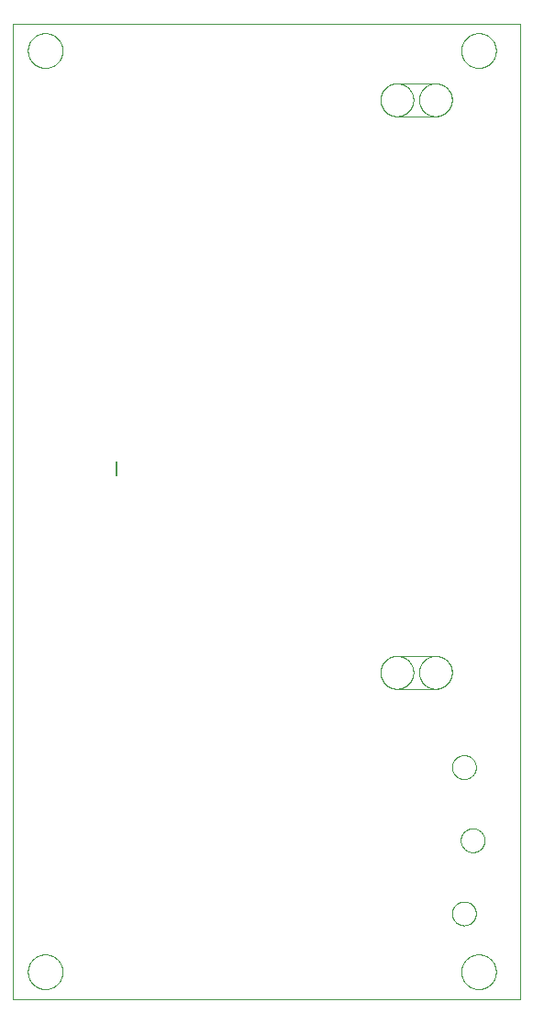
<source format=gbo>
G75*
%MOIN*%
%OFA0B0*%
%FSLAX25Y25*%
%IPPOS*%
%LPD*%
%AMOC8*
5,1,8,0,0,1.08239X$1,22.5*
%
%ADD10C,0.00000*%
%ADD11C,0.00009*%
%ADD12C,0.00800*%
D10*
X0001984Y0001000D02*
X0001984Y0355331D01*
X0186472Y0355331D01*
X0186472Y0001000D01*
X0001984Y0001000D01*
X0007496Y0011118D02*
X0007498Y0011276D01*
X0007504Y0011434D01*
X0007514Y0011592D01*
X0007528Y0011750D01*
X0007546Y0011907D01*
X0007567Y0012064D01*
X0007593Y0012220D01*
X0007623Y0012376D01*
X0007656Y0012531D01*
X0007694Y0012684D01*
X0007735Y0012837D01*
X0007780Y0012989D01*
X0007829Y0013140D01*
X0007882Y0013289D01*
X0007938Y0013437D01*
X0007998Y0013583D01*
X0008062Y0013728D01*
X0008130Y0013871D01*
X0008201Y0014013D01*
X0008275Y0014153D01*
X0008353Y0014290D01*
X0008435Y0014426D01*
X0008519Y0014560D01*
X0008608Y0014691D01*
X0008699Y0014820D01*
X0008794Y0014947D01*
X0008891Y0015072D01*
X0008992Y0015194D01*
X0009096Y0015313D01*
X0009203Y0015430D01*
X0009313Y0015544D01*
X0009426Y0015655D01*
X0009541Y0015764D01*
X0009659Y0015869D01*
X0009780Y0015971D01*
X0009903Y0016071D01*
X0010029Y0016167D01*
X0010157Y0016260D01*
X0010287Y0016350D01*
X0010420Y0016436D01*
X0010555Y0016520D01*
X0010691Y0016599D01*
X0010830Y0016676D01*
X0010971Y0016748D01*
X0011113Y0016818D01*
X0011257Y0016883D01*
X0011403Y0016945D01*
X0011550Y0017003D01*
X0011699Y0017058D01*
X0011849Y0017109D01*
X0012000Y0017156D01*
X0012152Y0017199D01*
X0012305Y0017238D01*
X0012460Y0017274D01*
X0012615Y0017305D01*
X0012771Y0017333D01*
X0012927Y0017357D01*
X0013084Y0017377D01*
X0013242Y0017393D01*
X0013399Y0017405D01*
X0013558Y0017413D01*
X0013716Y0017417D01*
X0013874Y0017417D01*
X0014032Y0017413D01*
X0014191Y0017405D01*
X0014348Y0017393D01*
X0014506Y0017377D01*
X0014663Y0017357D01*
X0014819Y0017333D01*
X0014975Y0017305D01*
X0015130Y0017274D01*
X0015285Y0017238D01*
X0015438Y0017199D01*
X0015590Y0017156D01*
X0015741Y0017109D01*
X0015891Y0017058D01*
X0016040Y0017003D01*
X0016187Y0016945D01*
X0016333Y0016883D01*
X0016477Y0016818D01*
X0016619Y0016748D01*
X0016760Y0016676D01*
X0016899Y0016599D01*
X0017035Y0016520D01*
X0017170Y0016436D01*
X0017303Y0016350D01*
X0017433Y0016260D01*
X0017561Y0016167D01*
X0017687Y0016071D01*
X0017810Y0015971D01*
X0017931Y0015869D01*
X0018049Y0015764D01*
X0018164Y0015655D01*
X0018277Y0015544D01*
X0018387Y0015430D01*
X0018494Y0015313D01*
X0018598Y0015194D01*
X0018699Y0015072D01*
X0018796Y0014947D01*
X0018891Y0014820D01*
X0018982Y0014691D01*
X0019071Y0014560D01*
X0019155Y0014426D01*
X0019237Y0014290D01*
X0019315Y0014153D01*
X0019389Y0014013D01*
X0019460Y0013871D01*
X0019528Y0013728D01*
X0019592Y0013583D01*
X0019652Y0013437D01*
X0019708Y0013289D01*
X0019761Y0013140D01*
X0019810Y0012989D01*
X0019855Y0012837D01*
X0019896Y0012684D01*
X0019934Y0012531D01*
X0019967Y0012376D01*
X0019997Y0012220D01*
X0020023Y0012064D01*
X0020044Y0011907D01*
X0020062Y0011750D01*
X0020076Y0011592D01*
X0020086Y0011434D01*
X0020092Y0011276D01*
X0020094Y0011118D01*
X0020092Y0010960D01*
X0020086Y0010802D01*
X0020076Y0010644D01*
X0020062Y0010486D01*
X0020044Y0010329D01*
X0020023Y0010172D01*
X0019997Y0010016D01*
X0019967Y0009860D01*
X0019934Y0009705D01*
X0019896Y0009552D01*
X0019855Y0009399D01*
X0019810Y0009247D01*
X0019761Y0009096D01*
X0019708Y0008947D01*
X0019652Y0008799D01*
X0019592Y0008653D01*
X0019528Y0008508D01*
X0019460Y0008365D01*
X0019389Y0008223D01*
X0019315Y0008083D01*
X0019237Y0007946D01*
X0019155Y0007810D01*
X0019071Y0007676D01*
X0018982Y0007545D01*
X0018891Y0007416D01*
X0018796Y0007289D01*
X0018699Y0007164D01*
X0018598Y0007042D01*
X0018494Y0006923D01*
X0018387Y0006806D01*
X0018277Y0006692D01*
X0018164Y0006581D01*
X0018049Y0006472D01*
X0017931Y0006367D01*
X0017810Y0006265D01*
X0017687Y0006165D01*
X0017561Y0006069D01*
X0017433Y0005976D01*
X0017303Y0005886D01*
X0017170Y0005800D01*
X0017035Y0005716D01*
X0016899Y0005637D01*
X0016760Y0005560D01*
X0016619Y0005488D01*
X0016477Y0005418D01*
X0016333Y0005353D01*
X0016187Y0005291D01*
X0016040Y0005233D01*
X0015891Y0005178D01*
X0015741Y0005127D01*
X0015590Y0005080D01*
X0015438Y0005037D01*
X0015285Y0004998D01*
X0015130Y0004962D01*
X0014975Y0004931D01*
X0014819Y0004903D01*
X0014663Y0004879D01*
X0014506Y0004859D01*
X0014348Y0004843D01*
X0014191Y0004831D01*
X0014032Y0004823D01*
X0013874Y0004819D01*
X0013716Y0004819D01*
X0013558Y0004823D01*
X0013399Y0004831D01*
X0013242Y0004843D01*
X0013084Y0004859D01*
X0012927Y0004879D01*
X0012771Y0004903D01*
X0012615Y0004931D01*
X0012460Y0004962D01*
X0012305Y0004998D01*
X0012152Y0005037D01*
X0012000Y0005080D01*
X0011849Y0005127D01*
X0011699Y0005178D01*
X0011550Y0005233D01*
X0011403Y0005291D01*
X0011257Y0005353D01*
X0011113Y0005418D01*
X0010971Y0005488D01*
X0010830Y0005560D01*
X0010691Y0005637D01*
X0010555Y0005716D01*
X0010420Y0005800D01*
X0010287Y0005886D01*
X0010157Y0005976D01*
X0010029Y0006069D01*
X0009903Y0006165D01*
X0009780Y0006265D01*
X0009659Y0006367D01*
X0009541Y0006472D01*
X0009426Y0006581D01*
X0009313Y0006692D01*
X0009203Y0006806D01*
X0009096Y0006923D01*
X0008992Y0007042D01*
X0008891Y0007164D01*
X0008794Y0007289D01*
X0008699Y0007416D01*
X0008608Y0007545D01*
X0008519Y0007676D01*
X0008435Y0007810D01*
X0008353Y0007946D01*
X0008275Y0008083D01*
X0008201Y0008223D01*
X0008130Y0008365D01*
X0008062Y0008508D01*
X0007998Y0008653D01*
X0007938Y0008799D01*
X0007882Y0008947D01*
X0007829Y0009096D01*
X0007780Y0009247D01*
X0007735Y0009399D01*
X0007694Y0009552D01*
X0007656Y0009705D01*
X0007623Y0009860D01*
X0007593Y0010016D01*
X0007567Y0010172D01*
X0007546Y0010329D01*
X0007528Y0010486D01*
X0007514Y0010644D01*
X0007504Y0010802D01*
X0007498Y0010960D01*
X0007496Y0011118D01*
X0135664Y0119874D02*
X0135666Y0120028D01*
X0135672Y0120182D01*
X0135682Y0120335D01*
X0135696Y0120488D01*
X0135714Y0120641D01*
X0135735Y0120793D01*
X0135761Y0120945D01*
X0135791Y0121096D01*
X0135824Y0121246D01*
X0135862Y0121395D01*
X0135903Y0121544D01*
X0135948Y0121691D01*
X0135997Y0121837D01*
X0136050Y0121981D01*
X0136106Y0122124D01*
X0136166Y0122266D01*
X0136230Y0122406D01*
X0136297Y0122544D01*
X0136368Y0122681D01*
X0136442Y0122816D01*
X0136520Y0122948D01*
X0136601Y0123079D01*
X0136686Y0123208D01*
X0136773Y0123334D01*
X0136864Y0123458D01*
X0136959Y0123579D01*
X0137056Y0123699D01*
X0137156Y0123815D01*
X0137260Y0123929D01*
X0137366Y0124040D01*
X0137475Y0124149D01*
X0137587Y0124254D01*
X0137702Y0124357D01*
X0137819Y0124457D01*
X0137939Y0124553D01*
X0138061Y0124647D01*
X0138185Y0124737D01*
X0138312Y0124824D01*
X0138441Y0124908D01*
X0138573Y0124988D01*
X0138706Y0125065D01*
X0138841Y0125138D01*
X0138978Y0125208D01*
X0139117Y0125275D01*
X0139257Y0125337D01*
X0139399Y0125396D01*
X0139543Y0125452D01*
X0139688Y0125504D01*
X0139834Y0125551D01*
X0139981Y0125596D01*
X0140130Y0125636D01*
X0140279Y0125672D01*
X0140430Y0125705D01*
X0140581Y0125734D01*
X0140733Y0125758D01*
X0140885Y0125779D01*
X0141038Y0125796D01*
X0141191Y0125809D01*
X0141345Y0125818D01*
X0141499Y0125823D01*
X0141652Y0125824D01*
X0141806Y0125821D01*
X0141960Y0125814D01*
X0142113Y0125803D01*
X0142267Y0125788D01*
X0142419Y0125769D01*
X0142571Y0125746D01*
X0142723Y0125720D01*
X0142874Y0125689D01*
X0143024Y0125655D01*
X0143173Y0125616D01*
X0143320Y0125574D01*
X0143467Y0125528D01*
X0143613Y0125478D01*
X0143757Y0125425D01*
X0143900Y0125367D01*
X0144041Y0125306D01*
X0144181Y0125242D01*
X0144319Y0125174D01*
X0144455Y0125102D01*
X0144589Y0125027D01*
X0144721Y0124948D01*
X0144851Y0124866D01*
X0144979Y0124781D01*
X0145105Y0124692D01*
X0145228Y0124600D01*
X0145349Y0124505D01*
X0145468Y0124407D01*
X0145584Y0124306D01*
X0145697Y0124202D01*
X0145808Y0124095D01*
X0145915Y0123985D01*
X0146020Y0123872D01*
X0146122Y0123757D01*
X0146221Y0123639D01*
X0146317Y0123519D01*
X0146410Y0123396D01*
X0146499Y0123271D01*
X0146585Y0123144D01*
X0146668Y0123014D01*
X0146748Y0122882D01*
X0146824Y0122749D01*
X0146896Y0122613D01*
X0146965Y0122475D01*
X0147031Y0122336D01*
X0147093Y0122195D01*
X0147151Y0122053D01*
X0147205Y0121909D01*
X0147256Y0121764D01*
X0147303Y0121617D01*
X0147346Y0121470D01*
X0147385Y0121321D01*
X0147421Y0121171D01*
X0147452Y0121021D01*
X0147480Y0120869D01*
X0147504Y0120717D01*
X0147524Y0120565D01*
X0147540Y0120412D01*
X0147552Y0120258D01*
X0147560Y0120105D01*
X0147564Y0119951D01*
X0147564Y0119797D01*
X0147560Y0119643D01*
X0147552Y0119490D01*
X0147540Y0119336D01*
X0147524Y0119183D01*
X0147504Y0119031D01*
X0147480Y0118879D01*
X0147452Y0118727D01*
X0147421Y0118577D01*
X0147385Y0118427D01*
X0147346Y0118278D01*
X0147303Y0118131D01*
X0147256Y0117984D01*
X0147205Y0117839D01*
X0147151Y0117695D01*
X0147093Y0117553D01*
X0147031Y0117412D01*
X0146965Y0117273D01*
X0146896Y0117135D01*
X0146824Y0116999D01*
X0146748Y0116866D01*
X0146668Y0116734D01*
X0146585Y0116604D01*
X0146499Y0116477D01*
X0146410Y0116352D01*
X0146317Y0116229D01*
X0146221Y0116109D01*
X0146122Y0115991D01*
X0146020Y0115876D01*
X0145915Y0115763D01*
X0145808Y0115653D01*
X0145697Y0115546D01*
X0145584Y0115442D01*
X0145468Y0115341D01*
X0145349Y0115243D01*
X0145228Y0115148D01*
X0145105Y0115056D01*
X0144979Y0114967D01*
X0144851Y0114882D01*
X0144721Y0114800D01*
X0144589Y0114721D01*
X0144455Y0114646D01*
X0144319Y0114574D01*
X0144181Y0114506D01*
X0144041Y0114442D01*
X0143900Y0114381D01*
X0143757Y0114323D01*
X0143613Y0114270D01*
X0143467Y0114220D01*
X0143320Y0114174D01*
X0143173Y0114132D01*
X0143024Y0114093D01*
X0142874Y0114059D01*
X0142723Y0114028D01*
X0142571Y0114002D01*
X0142419Y0113979D01*
X0142267Y0113960D01*
X0142113Y0113945D01*
X0141960Y0113934D01*
X0141806Y0113927D01*
X0141652Y0113924D01*
X0141499Y0113925D01*
X0141345Y0113930D01*
X0141191Y0113939D01*
X0141038Y0113952D01*
X0140885Y0113969D01*
X0140733Y0113990D01*
X0140581Y0114014D01*
X0140430Y0114043D01*
X0140279Y0114076D01*
X0140130Y0114112D01*
X0139981Y0114152D01*
X0139834Y0114197D01*
X0139688Y0114244D01*
X0139543Y0114296D01*
X0139399Y0114352D01*
X0139257Y0114411D01*
X0139117Y0114473D01*
X0138978Y0114540D01*
X0138841Y0114610D01*
X0138706Y0114683D01*
X0138573Y0114760D01*
X0138441Y0114840D01*
X0138312Y0114924D01*
X0138185Y0115011D01*
X0138061Y0115101D01*
X0137939Y0115195D01*
X0137819Y0115291D01*
X0137702Y0115391D01*
X0137587Y0115494D01*
X0137475Y0115599D01*
X0137366Y0115708D01*
X0137260Y0115819D01*
X0137156Y0115933D01*
X0137056Y0116049D01*
X0136959Y0116169D01*
X0136864Y0116290D01*
X0136773Y0116414D01*
X0136686Y0116540D01*
X0136601Y0116669D01*
X0136520Y0116800D01*
X0136442Y0116932D01*
X0136368Y0117067D01*
X0136297Y0117204D01*
X0136230Y0117342D01*
X0136166Y0117482D01*
X0136106Y0117624D01*
X0136050Y0117767D01*
X0135997Y0117911D01*
X0135948Y0118057D01*
X0135903Y0118204D01*
X0135862Y0118353D01*
X0135824Y0118502D01*
X0135791Y0118652D01*
X0135761Y0118803D01*
X0135735Y0118955D01*
X0135714Y0119107D01*
X0135696Y0119260D01*
X0135682Y0119413D01*
X0135672Y0119566D01*
X0135666Y0119720D01*
X0135664Y0119874D01*
X0141614Y0125874D02*
X0141461Y0125872D01*
X0141308Y0125866D01*
X0141155Y0125856D01*
X0141002Y0125843D01*
X0140850Y0125825D01*
X0140698Y0125804D01*
X0140547Y0125778D01*
X0140397Y0125749D01*
X0140247Y0125716D01*
X0140098Y0125679D01*
X0139950Y0125639D01*
X0139804Y0125594D01*
X0139658Y0125546D01*
X0139514Y0125494D01*
X0139371Y0125439D01*
X0139230Y0125380D01*
X0139090Y0125317D01*
X0138952Y0125251D01*
X0138815Y0125181D01*
X0138681Y0125108D01*
X0138548Y0125031D01*
X0138417Y0124951D01*
X0138289Y0124868D01*
X0138162Y0124782D01*
X0138038Y0124692D01*
X0137916Y0124599D01*
X0137797Y0124503D01*
X0137680Y0124404D01*
X0137565Y0124302D01*
X0137453Y0124197D01*
X0137344Y0124089D01*
X0137238Y0123979D01*
X0137135Y0123866D01*
X0137034Y0123750D01*
X0136937Y0123632D01*
X0136842Y0123511D01*
X0136751Y0123388D01*
X0136663Y0123263D01*
X0136578Y0123135D01*
X0136496Y0123006D01*
X0136418Y0122874D01*
X0136343Y0122740D01*
X0136271Y0122605D01*
X0136203Y0122467D01*
X0136139Y0122328D01*
X0136078Y0122188D01*
X0136021Y0122046D01*
X0135967Y0121902D01*
X0135917Y0121757D01*
X0135871Y0121611D01*
X0135828Y0121464D01*
X0135790Y0121316D01*
X0135755Y0121166D01*
X0135724Y0121016D01*
X0135696Y0120866D01*
X0135673Y0120714D01*
X0135654Y0120562D01*
X0135638Y0120410D01*
X0135626Y0120257D01*
X0135618Y0120104D01*
X0135614Y0119951D01*
X0135614Y0119797D01*
X0135618Y0119644D01*
X0135626Y0119491D01*
X0135638Y0119338D01*
X0135654Y0119186D01*
X0135673Y0119034D01*
X0135696Y0118882D01*
X0135724Y0118732D01*
X0135755Y0118582D01*
X0135790Y0118432D01*
X0135828Y0118284D01*
X0135871Y0118137D01*
X0135917Y0117991D01*
X0135967Y0117846D01*
X0136021Y0117702D01*
X0136078Y0117560D01*
X0136139Y0117420D01*
X0136203Y0117281D01*
X0136271Y0117143D01*
X0136343Y0117008D01*
X0136418Y0116874D01*
X0136496Y0116742D01*
X0136578Y0116613D01*
X0136663Y0116485D01*
X0136751Y0116360D01*
X0136842Y0116237D01*
X0136937Y0116116D01*
X0137034Y0115998D01*
X0137135Y0115882D01*
X0137238Y0115769D01*
X0137344Y0115659D01*
X0137453Y0115551D01*
X0137565Y0115446D01*
X0137680Y0115344D01*
X0137797Y0115245D01*
X0137916Y0115149D01*
X0138038Y0115056D01*
X0138162Y0114966D01*
X0138289Y0114880D01*
X0138417Y0114797D01*
X0138548Y0114717D01*
X0138681Y0114640D01*
X0138815Y0114567D01*
X0138952Y0114497D01*
X0139090Y0114431D01*
X0139230Y0114368D01*
X0139371Y0114309D01*
X0139514Y0114254D01*
X0139658Y0114202D01*
X0139804Y0114154D01*
X0139950Y0114109D01*
X0140098Y0114069D01*
X0140247Y0114032D01*
X0140397Y0113999D01*
X0140547Y0113970D01*
X0140698Y0113944D01*
X0140850Y0113923D01*
X0141002Y0113905D01*
X0141155Y0113892D01*
X0141308Y0113882D01*
X0141461Y0113876D01*
X0141614Y0113874D01*
X0149664Y0119874D02*
X0149666Y0120028D01*
X0149672Y0120182D01*
X0149682Y0120335D01*
X0149696Y0120488D01*
X0149714Y0120641D01*
X0149735Y0120793D01*
X0149761Y0120945D01*
X0149791Y0121096D01*
X0149824Y0121246D01*
X0149862Y0121395D01*
X0149903Y0121544D01*
X0149948Y0121691D01*
X0149997Y0121837D01*
X0150050Y0121981D01*
X0150106Y0122124D01*
X0150166Y0122266D01*
X0150230Y0122406D01*
X0150297Y0122544D01*
X0150368Y0122681D01*
X0150442Y0122816D01*
X0150520Y0122948D01*
X0150601Y0123079D01*
X0150686Y0123208D01*
X0150773Y0123334D01*
X0150864Y0123458D01*
X0150959Y0123579D01*
X0151056Y0123699D01*
X0151156Y0123815D01*
X0151260Y0123929D01*
X0151366Y0124040D01*
X0151475Y0124149D01*
X0151587Y0124254D01*
X0151702Y0124357D01*
X0151819Y0124457D01*
X0151939Y0124553D01*
X0152061Y0124647D01*
X0152185Y0124737D01*
X0152312Y0124824D01*
X0152441Y0124908D01*
X0152573Y0124988D01*
X0152706Y0125065D01*
X0152841Y0125138D01*
X0152978Y0125208D01*
X0153117Y0125275D01*
X0153257Y0125337D01*
X0153399Y0125396D01*
X0153543Y0125452D01*
X0153688Y0125504D01*
X0153834Y0125551D01*
X0153981Y0125596D01*
X0154130Y0125636D01*
X0154279Y0125672D01*
X0154430Y0125705D01*
X0154581Y0125734D01*
X0154733Y0125758D01*
X0154885Y0125779D01*
X0155038Y0125796D01*
X0155191Y0125809D01*
X0155345Y0125818D01*
X0155499Y0125823D01*
X0155652Y0125824D01*
X0155806Y0125821D01*
X0155960Y0125814D01*
X0156113Y0125803D01*
X0156267Y0125788D01*
X0156419Y0125769D01*
X0156571Y0125746D01*
X0156723Y0125720D01*
X0156874Y0125689D01*
X0157024Y0125655D01*
X0157173Y0125616D01*
X0157320Y0125574D01*
X0157467Y0125528D01*
X0157613Y0125478D01*
X0157757Y0125425D01*
X0157900Y0125367D01*
X0158041Y0125306D01*
X0158181Y0125242D01*
X0158319Y0125174D01*
X0158455Y0125102D01*
X0158589Y0125027D01*
X0158721Y0124948D01*
X0158851Y0124866D01*
X0158979Y0124781D01*
X0159105Y0124692D01*
X0159228Y0124600D01*
X0159349Y0124505D01*
X0159468Y0124407D01*
X0159584Y0124306D01*
X0159697Y0124202D01*
X0159808Y0124095D01*
X0159915Y0123985D01*
X0160020Y0123872D01*
X0160122Y0123757D01*
X0160221Y0123639D01*
X0160317Y0123519D01*
X0160410Y0123396D01*
X0160499Y0123271D01*
X0160585Y0123144D01*
X0160668Y0123014D01*
X0160748Y0122882D01*
X0160824Y0122749D01*
X0160896Y0122613D01*
X0160965Y0122475D01*
X0161031Y0122336D01*
X0161093Y0122195D01*
X0161151Y0122053D01*
X0161205Y0121909D01*
X0161256Y0121764D01*
X0161303Y0121617D01*
X0161346Y0121470D01*
X0161385Y0121321D01*
X0161421Y0121171D01*
X0161452Y0121021D01*
X0161480Y0120869D01*
X0161504Y0120717D01*
X0161524Y0120565D01*
X0161540Y0120412D01*
X0161552Y0120258D01*
X0161560Y0120105D01*
X0161564Y0119951D01*
X0161564Y0119797D01*
X0161560Y0119643D01*
X0161552Y0119490D01*
X0161540Y0119336D01*
X0161524Y0119183D01*
X0161504Y0119031D01*
X0161480Y0118879D01*
X0161452Y0118727D01*
X0161421Y0118577D01*
X0161385Y0118427D01*
X0161346Y0118278D01*
X0161303Y0118131D01*
X0161256Y0117984D01*
X0161205Y0117839D01*
X0161151Y0117695D01*
X0161093Y0117553D01*
X0161031Y0117412D01*
X0160965Y0117273D01*
X0160896Y0117135D01*
X0160824Y0116999D01*
X0160748Y0116866D01*
X0160668Y0116734D01*
X0160585Y0116604D01*
X0160499Y0116477D01*
X0160410Y0116352D01*
X0160317Y0116229D01*
X0160221Y0116109D01*
X0160122Y0115991D01*
X0160020Y0115876D01*
X0159915Y0115763D01*
X0159808Y0115653D01*
X0159697Y0115546D01*
X0159584Y0115442D01*
X0159468Y0115341D01*
X0159349Y0115243D01*
X0159228Y0115148D01*
X0159105Y0115056D01*
X0158979Y0114967D01*
X0158851Y0114882D01*
X0158721Y0114800D01*
X0158589Y0114721D01*
X0158455Y0114646D01*
X0158319Y0114574D01*
X0158181Y0114506D01*
X0158041Y0114442D01*
X0157900Y0114381D01*
X0157757Y0114323D01*
X0157613Y0114270D01*
X0157467Y0114220D01*
X0157320Y0114174D01*
X0157173Y0114132D01*
X0157024Y0114093D01*
X0156874Y0114059D01*
X0156723Y0114028D01*
X0156571Y0114002D01*
X0156419Y0113979D01*
X0156267Y0113960D01*
X0156113Y0113945D01*
X0155960Y0113934D01*
X0155806Y0113927D01*
X0155652Y0113924D01*
X0155499Y0113925D01*
X0155345Y0113930D01*
X0155191Y0113939D01*
X0155038Y0113952D01*
X0154885Y0113969D01*
X0154733Y0113990D01*
X0154581Y0114014D01*
X0154430Y0114043D01*
X0154279Y0114076D01*
X0154130Y0114112D01*
X0153981Y0114152D01*
X0153834Y0114197D01*
X0153688Y0114244D01*
X0153543Y0114296D01*
X0153399Y0114352D01*
X0153257Y0114411D01*
X0153117Y0114473D01*
X0152978Y0114540D01*
X0152841Y0114610D01*
X0152706Y0114683D01*
X0152573Y0114760D01*
X0152441Y0114840D01*
X0152312Y0114924D01*
X0152185Y0115011D01*
X0152061Y0115101D01*
X0151939Y0115195D01*
X0151819Y0115291D01*
X0151702Y0115391D01*
X0151587Y0115494D01*
X0151475Y0115599D01*
X0151366Y0115708D01*
X0151260Y0115819D01*
X0151156Y0115933D01*
X0151056Y0116049D01*
X0150959Y0116169D01*
X0150864Y0116290D01*
X0150773Y0116414D01*
X0150686Y0116540D01*
X0150601Y0116669D01*
X0150520Y0116800D01*
X0150442Y0116932D01*
X0150368Y0117067D01*
X0150297Y0117204D01*
X0150230Y0117342D01*
X0150166Y0117482D01*
X0150106Y0117624D01*
X0150050Y0117767D01*
X0149997Y0117911D01*
X0149948Y0118057D01*
X0149903Y0118204D01*
X0149862Y0118353D01*
X0149824Y0118502D01*
X0149791Y0118652D01*
X0149761Y0118803D01*
X0149735Y0118955D01*
X0149714Y0119107D01*
X0149696Y0119260D01*
X0149682Y0119413D01*
X0149672Y0119566D01*
X0149666Y0119720D01*
X0149664Y0119874D01*
X0155614Y0113874D02*
X0155767Y0113876D01*
X0155920Y0113882D01*
X0156073Y0113892D01*
X0156226Y0113905D01*
X0156378Y0113923D01*
X0156530Y0113944D01*
X0156681Y0113970D01*
X0156831Y0113999D01*
X0156981Y0114032D01*
X0157130Y0114069D01*
X0157278Y0114109D01*
X0157424Y0114154D01*
X0157570Y0114202D01*
X0157714Y0114254D01*
X0157857Y0114309D01*
X0157998Y0114368D01*
X0158138Y0114431D01*
X0158276Y0114497D01*
X0158413Y0114567D01*
X0158547Y0114640D01*
X0158680Y0114717D01*
X0158811Y0114797D01*
X0158939Y0114880D01*
X0159066Y0114966D01*
X0159190Y0115056D01*
X0159312Y0115149D01*
X0159431Y0115245D01*
X0159548Y0115344D01*
X0159663Y0115446D01*
X0159775Y0115551D01*
X0159884Y0115659D01*
X0159990Y0115769D01*
X0160093Y0115882D01*
X0160194Y0115998D01*
X0160291Y0116116D01*
X0160386Y0116237D01*
X0160477Y0116360D01*
X0160565Y0116485D01*
X0160650Y0116613D01*
X0160732Y0116742D01*
X0160810Y0116874D01*
X0160885Y0117008D01*
X0160957Y0117143D01*
X0161025Y0117281D01*
X0161089Y0117420D01*
X0161150Y0117560D01*
X0161207Y0117702D01*
X0161261Y0117846D01*
X0161311Y0117991D01*
X0161357Y0118137D01*
X0161400Y0118284D01*
X0161438Y0118432D01*
X0161473Y0118582D01*
X0161504Y0118732D01*
X0161532Y0118882D01*
X0161555Y0119034D01*
X0161574Y0119186D01*
X0161590Y0119338D01*
X0161602Y0119491D01*
X0161610Y0119644D01*
X0161614Y0119797D01*
X0161614Y0119951D01*
X0161610Y0120104D01*
X0161602Y0120257D01*
X0161590Y0120410D01*
X0161574Y0120562D01*
X0161555Y0120714D01*
X0161532Y0120866D01*
X0161504Y0121016D01*
X0161473Y0121166D01*
X0161438Y0121316D01*
X0161400Y0121464D01*
X0161357Y0121611D01*
X0161311Y0121757D01*
X0161261Y0121902D01*
X0161207Y0122046D01*
X0161150Y0122188D01*
X0161089Y0122328D01*
X0161025Y0122467D01*
X0160957Y0122605D01*
X0160885Y0122740D01*
X0160810Y0122874D01*
X0160732Y0123006D01*
X0160650Y0123135D01*
X0160565Y0123263D01*
X0160477Y0123388D01*
X0160386Y0123511D01*
X0160291Y0123632D01*
X0160194Y0123750D01*
X0160093Y0123866D01*
X0159990Y0123979D01*
X0159884Y0124089D01*
X0159775Y0124197D01*
X0159663Y0124302D01*
X0159548Y0124404D01*
X0159431Y0124503D01*
X0159312Y0124599D01*
X0159190Y0124692D01*
X0159066Y0124782D01*
X0158939Y0124868D01*
X0158811Y0124951D01*
X0158680Y0125031D01*
X0158547Y0125108D01*
X0158413Y0125181D01*
X0158276Y0125251D01*
X0158138Y0125317D01*
X0157998Y0125380D01*
X0157857Y0125439D01*
X0157714Y0125494D01*
X0157570Y0125546D01*
X0157424Y0125594D01*
X0157278Y0125639D01*
X0157130Y0125679D01*
X0156981Y0125716D01*
X0156831Y0125749D01*
X0156681Y0125778D01*
X0156530Y0125804D01*
X0156378Y0125825D01*
X0156226Y0125843D01*
X0156073Y0125856D01*
X0155920Y0125866D01*
X0155767Y0125872D01*
X0155614Y0125874D01*
X0161630Y0085449D02*
X0161632Y0085580D01*
X0161638Y0085712D01*
X0161648Y0085843D01*
X0161662Y0085974D01*
X0161680Y0086104D01*
X0161702Y0086233D01*
X0161727Y0086362D01*
X0161757Y0086490D01*
X0161791Y0086617D01*
X0161828Y0086744D01*
X0161869Y0086868D01*
X0161914Y0086992D01*
X0161963Y0087114D01*
X0162015Y0087235D01*
X0162071Y0087353D01*
X0162131Y0087471D01*
X0162194Y0087586D01*
X0162261Y0087699D01*
X0162331Y0087811D01*
X0162404Y0087920D01*
X0162480Y0088026D01*
X0162560Y0088131D01*
X0162643Y0088233D01*
X0162729Y0088332D01*
X0162818Y0088429D01*
X0162910Y0088523D01*
X0163005Y0088614D01*
X0163102Y0088703D01*
X0163202Y0088788D01*
X0163305Y0088870D01*
X0163410Y0088949D01*
X0163517Y0089025D01*
X0163627Y0089097D01*
X0163739Y0089166D01*
X0163853Y0089232D01*
X0163968Y0089294D01*
X0164086Y0089353D01*
X0164205Y0089408D01*
X0164326Y0089460D01*
X0164449Y0089507D01*
X0164573Y0089551D01*
X0164698Y0089592D01*
X0164824Y0089628D01*
X0164952Y0089661D01*
X0165080Y0089689D01*
X0165209Y0089714D01*
X0165339Y0089735D01*
X0165469Y0089752D01*
X0165600Y0089765D01*
X0165731Y0089774D01*
X0165862Y0089779D01*
X0165994Y0089780D01*
X0166125Y0089777D01*
X0166257Y0089770D01*
X0166388Y0089759D01*
X0166518Y0089744D01*
X0166648Y0089725D01*
X0166778Y0089702D01*
X0166906Y0089676D01*
X0167034Y0089645D01*
X0167161Y0089610D01*
X0167287Y0089572D01*
X0167411Y0089530D01*
X0167535Y0089484D01*
X0167656Y0089434D01*
X0167776Y0089381D01*
X0167895Y0089324D01*
X0168012Y0089264D01*
X0168126Y0089200D01*
X0168239Y0089132D01*
X0168350Y0089061D01*
X0168459Y0088987D01*
X0168565Y0088910D01*
X0168669Y0088829D01*
X0168770Y0088746D01*
X0168869Y0088659D01*
X0168965Y0088569D01*
X0169058Y0088476D01*
X0169149Y0088381D01*
X0169236Y0088283D01*
X0169321Y0088182D01*
X0169402Y0088079D01*
X0169480Y0087973D01*
X0169555Y0087865D01*
X0169627Y0087755D01*
X0169695Y0087643D01*
X0169760Y0087529D01*
X0169821Y0087412D01*
X0169879Y0087294D01*
X0169933Y0087174D01*
X0169984Y0087053D01*
X0170031Y0086930D01*
X0170074Y0086806D01*
X0170113Y0086681D01*
X0170149Y0086554D01*
X0170180Y0086426D01*
X0170208Y0086298D01*
X0170232Y0086169D01*
X0170252Y0086039D01*
X0170268Y0085908D01*
X0170280Y0085777D01*
X0170288Y0085646D01*
X0170292Y0085515D01*
X0170292Y0085383D01*
X0170288Y0085252D01*
X0170280Y0085121D01*
X0170268Y0084990D01*
X0170252Y0084859D01*
X0170232Y0084729D01*
X0170208Y0084600D01*
X0170180Y0084472D01*
X0170149Y0084344D01*
X0170113Y0084217D01*
X0170074Y0084092D01*
X0170031Y0083968D01*
X0169984Y0083845D01*
X0169933Y0083724D01*
X0169879Y0083604D01*
X0169821Y0083486D01*
X0169760Y0083369D01*
X0169695Y0083255D01*
X0169627Y0083143D01*
X0169555Y0083033D01*
X0169480Y0082925D01*
X0169402Y0082819D01*
X0169321Y0082716D01*
X0169236Y0082615D01*
X0169149Y0082517D01*
X0169058Y0082422D01*
X0168965Y0082329D01*
X0168869Y0082239D01*
X0168770Y0082152D01*
X0168669Y0082069D01*
X0168565Y0081988D01*
X0168459Y0081911D01*
X0168350Y0081837D01*
X0168239Y0081766D01*
X0168127Y0081698D01*
X0168012Y0081634D01*
X0167895Y0081574D01*
X0167776Y0081517D01*
X0167656Y0081464D01*
X0167535Y0081414D01*
X0167411Y0081368D01*
X0167287Y0081326D01*
X0167161Y0081288D01*
X0167034Y0081253D01*
X0166906Y0081222D01*
X0166778Y0081196D01*
X0166648Y0081173D01*
X0166518Y0081154D01*
X0166388Y0081139D01*
X0166257Y0081128D01*
X0166125Y0081121D01*
X0165994Y0081118D01*
X0165862Y0081119D01*
X0165731Y0081124D01*
X0165600Y0081133D01*
X0165469Y0081146D01*
X0165339Y0081163D01*
X0165209Y0081184D01*
X0165080Y0081209D01*
X0164952Y0081237D01*
X0164824Y0081270D01*
X0164698Y0081306D01*
X0164573Y0081347D01*
X0164449Y0081391D01*
X0164326Y0081438D01*
X0164205Y0081490D01*
X0164086Y0081545D01*
X0163968Y0081604D01*
X0163853Y0081666D01*
X0163739Y0081732D01*
X0163627Y0081801D01*
X0163517Y0081873D01*
X0163410Y0081949D01*
X0163305Y0082028D01*
X0163202Y0082110D01*
X0163102Y0082195D01*
X0163005Y0082284D01*
X0162910Y0082375D01*
X0162818Y0082469D01*
X0162729Y0082566D01*
X0162643Y0082665D01*
X0162560Y0082767D01*
X0162480Y0082872D01*
X0162404Y0082978D01*
X0162331Y0083087D01*
X0162261Y0083199D01*
X0162194Y0083312D01*
X0162131Y0083427D01*
X0162071Y0083545D01*
X0162015Y0083663D01*
X0161963Y0083784D01*
X0161914Y0083906D01*
X0161869Y0084030D01*
X0161828Y0084154D01*
X0161791Y0084281D01*
X0161757Y0084408D01*
X0161727Y0084536D01*
X0161702Y0084665D01*
X0161680Y0084794D01*
X0161662Y0084924D01*
X0161648Y0085055D01*
X0161638Y0085186D01*
X0161632Y0085318D01*
X0161630Y0085449D01*
X0164779Y0058874D02*
X0164781Y0059005D01*
X0164787Y0059137D01*
X0164797Y0059268D01*
X0164811Y0059399D01*
X0164829Y0059529D01*
X0164851Y0059658D01*
X0164876Y0059787D01*
X0164906Y0059915D01*
X0164940Y0060042D01*
X0164977Y0060169D01*
X0165018Y0060293D01*
X0165063Y0060417D01*
X0165112Y0060539D01*
X0165164Y0060660D01*
X0165220Y0060778D01*
X0165280Y0060896D01*
X0165343Y0061011D01*
X0165410Y0061124D01*
X0165480Y0061236D01*
X0165553Y0061345D01*
X0165629Y0061451D01*
X0165709Y0061556D01*
X0165792Y0061658D01*
X0165878Y0061757D01*
X0165967Y0061854D01*
X0166059Y0061948D01*
X0166154Y0062039D01*
X0166251Y0062128D01*
X0166351Y0062213D01*
X0166454Y0062295D01*
X0166559Y0062374D01*
X0166666Y0062450D01*
X0166776Y0062522D01*
X0166888Y0062591D01*
X0167002Y0062657D01*
X0167117Y0062719D01*
X0167235Y0062778D01*
X0167354Y0062833D01*
X0167475Y0062885D01*
X0167598Y0062932D01*
X0167722Y0062976D01*
X0167847Y0063017D01*
X0167973Y0063053D01*
X0168101Y0063086D01*
X0168229Y0063114D01*
X0168358Y0063139D01*
X0168488Y0063160D01*
X0168618Y0063177D01*
X0168749Y0063190D01*
X0168880Y0063199D01*
X0169011Y0063204D01*
X0169143Y0063205D01*
X0169274Y0063202D01*
X0169406Y0063195D01*
X0169537Y0063184D01*
X0169667Y0063169D01*
X0169797Y0063150D01*
X0169927Y0063127D01*
X0170055Y0063101D01*
X0170183Y0063070D01*
X0170310Y0063035D01*
X0170436Y0062997D01*
X0170560Y0062955D01*
X0170684Y0062909D01*
X0170805Y0062859D01*
X0170925Y0062806D01*
X0171044Y0062749D01*
X0171161Y0062689D01*
X0171275Y0062625D01*
X0171388Y0062557D01*
X0171499Y0062486D01*
X0171608Y0062412D01*
X0171714Y0062335D01*
X0171818Y0062254D01*
X0171919Y0062171D01*
X0172018Y0062084D01*
X0172114Y0061994D01*
X0172207Y0061901D01*
X0172298Y0061806D01*
X0172385Y0061708D01*
X0172470Y0061607D01*
X0172551Y0061504D01*
X0172629Y0061398D01*
X0172704Y0061290D01*
X0172776Y0061180D01*
X0172844Y0061068D01*
X0172909Y0060954D01*
X0172970Y0060837D01*
X0173028Y0060719D01*
X0173082Y0060599D01*
X0173133Y0060478D01*
X0173180Y0060355D01*
X0173223Y0060231D01*
X0173262Y0060106D01*
X0173298Y0059979D01*
X0173329Y0059851D01*
X0173357Y0059723D01*
X0173381Y0059594D01*
X0173401Y0059464D01*
X0173417Y0059333D01*
X0173429Y0059202D01*
X0173437Y0059071D01*
X0173441Y0058940D01*
X0173441Y0058808D01*
X0173437Y0058677D01*
X0173429Y0058546D01*
X0173417Y0058415D01*
X0173401Y0058284D01*
X0173381Y0058154D01*
X0173357Y0058025D01*
X0173329Y0057897D01*
X0173298Y0057769D01*
X0173262Y0057642D01*
X0173223Y0057517D01*
X0173180Y0057393D01*
X0173133Y0057270D01*
X0173082Y0057149D01*
X0173028Y0057029D01*
X0172970Y0056911D01*
X0172909Y0056794D01*
X0172844Y0056680D01*
X0172776Y0056568D01*
X0172704Y0056458D01*
X0172629Y0056350D01*
X0172551Y0056244D01*
X0172470Y0056141D01*
X0172385Y0056040D01*
X0172298Y0055942D01*
X0172207Y0055847D01*
X0172114Y0055754D01*
X0172018Y0055664D01*
X0171919Y0055577D01*
X0171818Y0055494D01*
X0171714Y0055413D01*
X0171608Y0055336D01*
X0171499Y0055262D01*
X0171388Y0055191D01*
X0171276Y0055123D01*
X0171161Y0055059D01*
X0171044Y0054999D01*
X0170925Y0054942D01*
X0170805Y0054889D01*
X0170684Y0054839D01*
X0170560Y0054793D01*
X0170436Y0054751D01*
X0170310Y0054713D01*
X0170183Y0054678D01*
X0170055Y0054647D01*
X0169927Y0054621D01*
X0169797Y0054598D01*
X0169667Y0054579D01*
X0169537Y0054564D01*
X0169406Y0054553D01*
X0169274Y0054546D01*
X0169143Y0054543D01*
X0169011Y0054544D01*
X0168880Y0054549D01*
X0168749Y0054558D01*
X0168618Y0054571D01*
X0168488Y0054588D01*
X0168358Y0054609D01*
X0168229Y0054634D01*
X0168101Y0054662D01*
X0167973Y0054695D01*
X0167847Y0054731D01*
X0167722Y0054772D01*
X0167598Y0054816D01*
X0167475Y0054863D01*
X0167354Y0054915D01*
X0167235Y0054970D01*
X0167117Y0055029D01*
X0167002Y0055091D01*
X0166888Y0055157D01*
X0166776Y0055226D01*
X0166666Y0055298D01*
X0166559Y0055374D01*
X0166454Y0055453D01*
X0166351Y0055535D01*
X0166251Y0055620D01*
X0166154Y0055709D01*
X0166059Y0055800D01*
X0165967Y0055894D01*
X0165878Y0055991D01*
X0165792Y0056090D01*
X0165709Y0056192D01*
X0165629Y0056297D01*
X0165553Y0056403D01*
X0165480Y0056512D01*
X0165410Y0056624D01*
X0165343Y0056737D01*
X0165280Y0056852D01*
X0165220Y0056970D01*
X0165164Y0057088D01*
X0165112Y0057209D01*
X0165063Y0057331D01*
X0165018Y0057455D01*
X0164977Y0057579D01*
X0164940Y0057706D01*
X0164906Y0057833D01*
X0164876Y0057961D01*
X0164851Y0058090D01*
X0164829Y0058219D01*
X0164811Y0058349D01*
X0164797Y0058480D01*
X0164787Y0058611D01*
X0164781Y0058743D01*
X0164779Y0058874D01*
X0161630Y0032299D02*
X0161632Y0032430D01*
X0161638Y0032562D01*
X0161648Y0032693D01*
X0161662Y0032824D01*
X0161680Y0032954D01*
X0161702Y0033083D01*
X0161727Y0033212D01*
X0161757Y0033340D01*
X0161791Y0033467D01*
X0161828Y0033594D01*
X0161869Y0033718D01*
X0161914Y0033842D01*
X0161963Y0033964D01*
X0162015Y0034085D01*
X0162071Y0034203D01*
X0162131Y0034321D01*
X0162194Y0034436D01*
X0162261Y0034549D01*
X0162331Y0034661D01*
X0162404Y0034770D01*
X0162480Y0034876D01*
X0162560Y0034981D01*
X0162643Y0035083D01*
X0162729Y0035182D01*
X0162818Y0035279D01*
X0162910Y0035373D01*
X0163005Y0035464D01*
X0163102Y0035553D01*
X0163202Y0035638D01*
X0163305Y0035720D01*
X0163410Y0035799D01*
X0163517Y0035875D01*
X0163627Y0035947D01*
X0163739Y0036016D01*
X0163853Y0036082D01*
X0163968Y0036144D01*
X0164086Y0036203D01*
X0164205Y0036258D01*
X0164326Y0036310D01*
X0164449Y0036357D01*
X0164573Y0036401D01*
X0164698Y0036442D01*
X0164824Y0036478D01*
X0164952Y0036511D01*
X0165080Y0036539D01*
X0165209Y0036564D01*
X0165339Y0036585D01*
X0165469Y0036602D01*
X0165600Y0036615D01*
X0165731Y0036624D01*
X0165862Y0036629D01*
X0165994Y0036630D01*
X0166125Y0036627D01*
X0166257Y0036620D01*
X0166388Y0036609D01*
X0166518Y0036594D01*
X0166648Y0036575D01*
X0166778Y0036552D01*
X0166906Y0036526D01*
X0167034Y0036495D01*
X0167161Y0036460D01*
X0167287Y0036422D01*
X0167411Y0036380D01*
X0167535Y0036334D01*
X0167656Y0036284D01*
X0167776Y0036231D01*
X0167895Y0036174D01*
X0168012Y0036114D01*
X0168126Y0036050D01*
X0168239Y0035982D01*
X0168350Y0035911D01*
X0168459Y0035837D01*
X0168565Y0035760D01*
X0168669Y0035679D01*
X0168770Y0035596D01*
X0168869Y0035509D01*
X0168965Y0035419D01*
X0169058Y0035326D01*
X0169149Y0035231D01*
X0169236Y0035133D01*
X0169321Y0035032D01*
X0169402Y0034929D01*
X0169480Y0034823D01*
X0169555Y0034715D01*
X0169627Y0034605D01*
X0169695Y0034493D01*
X0169760Y0034379D01*
X0169821Y0034262D01*
X0169879Y0034144D01*
X0169933Y0034024D01*
X0169984Y0033903D01*
X0170031Y0033780D01*
X0170074Y0033656D01*
X0170113Y0033531D01*
X0170149Y0033404D01*
X0170180Y0033276D01*
X0170208Y0033148D01*
X0170232Y0033019D01*
X0170252Y0032889D01*
X0170268Y0032758D01*
X0170280Y0032627D01*
X0170288Y0032496D01*
X0170292Y0032365D01*
X0170292Y0032233D01*
X0170288Y0032102D01*
X0170280Y0031971D01*
X0170268Y0031840D01*
X0170252Y0031709D01*
X0170232Y0031579D01*
X0170208Y0031450D01*
X0170180Y0031322D01*
X0170149Y0031194D01*
X0170113Y0031067D01*
X0170074Y0030942D01*
X0170031Y0030818D01*
X0169984Y0030695D01*
X0169933Y0030574D01*
X0169879Y0030454D01*
X0169821Y0030336D01*
X0169760Y0030219D01*
X0169695Y0030105D01*
X0169627Y0029993D01*
X0169555Y0029883D01*
X0169480Y0029775D01*
X0169402Y0029669D01*
X0169321Y0029566D01*
X0169236Y0029465D01*
X0169149Y0029367D01*
X0169058Y0029272D01*
X0168965Y0029179D01*
X0168869Y0029089D01*
X0168770Y0029002D01*
X0168669Y0028919D01*
X0168565Y0028838D01*
X0168459Y0028761D01*
X0168350Y0028687D01*
X0168239Y0028616D01*
X0168127Y0028548D01*
X0168012Y0028484D01*
X0167895Y0028424D01*
X0167776Y0028367D01*
X0167656Y0028314D01*
X0167535Y0028264D01*
X0167411Y0028218D01*
X0167287Y0028176D01*
X0167161Y0028138D01*
X0167034Y0028103D01*
X0166906Y0028072D01*
X0166778Y0028046D01*
X0166648Y0028023D01*
X0166518Y0028004D01*
X0166388Y0027989D01*
X0166257Y0027978D01*
X0166125Y0027971D01*
X0165994Y0027968D01*
X0165862Y0027969D01*
X0165731Y0027974D01*
X0165600Y0027983D01*
X0165469Y0027996D01*
X0165339Y0028013D01*
X0165209Y0028034D01*
X0165080Y0028059D01*
X0164952Y0028087D01*
X0164824Y0028120D01*
X0164698Y0028156D01*
X0164573Y0028197D01*
X0164449Y0028241D01*
X0164326Y0028288D01*
X0164205Y0028340D01*
X0164086Y0028395D01*
X0163968Y0028454D01*
X0163853Y0028516D01*
X0163739Y0028582D01*
X0163627Y0028651D01*
X0163517Y0028723D01*
X0163410Y0028799D01*
X0163305Y0028878D01*
X0163202Y0028960D01*
X0163102Y0029045D01*
X0163005Y0029134D01*
X0162910Y0029225D01*
X0162818Y0029319D01*
X0162729Y0029416D01*
X0162643Y0029515D01*
X0162560Y0029617D01*
X0162480Y0029722D01*
X0162404Y0029828D01*
X0162331Y0029937D01*
X0162261Y0030049D01*
X0162194Y0030162D01*
X0162131Y0030277D01*
X0162071Y0030395D01*
X0162015Y0030513D01*
X0161963Y0030634D01*
X0161914Y0030756D01*
X0161869Y0030880D01*
X0161828Y0031004D01*
X0161791Y0031131D01*
X0161757Y0031258D01*
X0161727Y0031386D01*
X0161702Y0031515D01*
X0161680Y0031644D01*
X0161662Y0031774D01*
X0161648Y0031905D01*
X0161638Y0032036D01*
X0161632Y0032168D01*
X0161630Y0032299D01*
X0164977Y0011118D02*
X0164979Y0011276D01*
X0164985Y0011434D01*
X0164995Y0011592D01*
X0165009Y0011750D01*
X0165027Y0011907D01*
X0165048Y0012064D01*
X0165074Y0012220D01*
X0165104Y0012376D01*
X0165137Y0012531D01*
X0165175Y0012684D01*
X0165216Y0012837D01*
X0165261Y0012989D01*
X0165310Y0013140D01*
X0165363Y0013289D01*
X0165419Y0013437D01*
X0165479Y0013583D01*
X0165543Y0013728D01*
X0165611Y0013871D01*
X0165682Y0014013D01*
X0165756Y0014153D01*
X0165834Y0014290D01*
X0165916Y0014426D01*
X0166000Y0014560D01*
X0166089Y0014691D01*
X0166180Y0014820D01*
X0166275Y0014947D01*
X0166372Y0015072D01*
X0166473Y0015194D01*
X0166577Y0015313D01*
X0166684Y0015430D01*
X0166794Y0015544D01*
X0166907Y0015655D01*
X0167022Y0015764D01*
X0167140Y0015869D01*
X0167261Y0015971D01*
X0167384Y0016071D01*
X0167510Y0016167D01*
X0167638Y0016260D01*
X0167768Y0016350D01*
X0167901Y0016436D01*
X0168036Y0016520D01*
X0168172Y0016599D01*
X0168311Y0016676D01*
X0168452Y0016748D01*
X0168594Y0016818D01*
X0168738Y0016883D01*
X0168884Y0016945D01*
X0169031Y0017003D01*
X0169180Y0017058D01*
X0169330Y0017109D01*
X0169481Y0017156D01*
X0169633Y0017199D01*
X0169786Y0017238D01*
X0169941Y0017274D01*
X0170096Y0017305D01*
X0170252Y0017333D01*
X0170408Y0017357D01*
X0170565Y0017377D01*
X0170723Y0017393D01*
X0170880Y0017405D01*
X0171039Y0017413D01*
X0171197Y0017417D01*
X0171355Y0017417D01*
X0171513Y0017413D01*
X0171672Y0017405D01*
X0171829Y0017393D01*
X0171987Y0017377D01*
X0172144Y0017357D01*
X0172300Y0017333D01*
X0172456Y0017305D01*
X0172611Y0017274D01*
X0172766Y0017238D01*
X0172919Y0017199D01*
X0173071Y0017156D01*
X0173222Y0017109D01*
X0173372Y0017058D01*
X0173521Y0017003D01*
X0173668Y0016945D01*
X0173814Y0016883D01*
X0173958Y0016818D01*
X0174100Y0016748D01*
X0174241Y0016676D01*
X0174380Y0016599D01*
X0174516Y0016520D01*
X0174651Y0016436D01*
X0174784Y0016350D01*
X0174914Y0016260D01*
X0175042Y0016167D01*
X0175168Y0016071D01*
X0175291Y0015971D01*
X0175412Y0015869D01*
X0175530Y0015764D01*
X0175645Y0015655D01*
X0175758Y0015544D01*
X0175868Y0015430D01*
X0175975Y0015313D01*
X0176079Y0015194D01*
X0176180Y0015072D01*
X0176277Y0014947D01*
X0176372Y0014820D01*
X0176463Y0014691D01*
X0176552Y0014560D01*
X0176636Y0014426D01*
X0176718Y0014290D01*
X0176796Y0014153D01*
X0176870Y0014013D01*
X0176941Y0013871D01*
X0177009Y0013728D01*
X0177073Y0013583D01*
X0177133Y0013437D01*
X0177189Y0013289D01*
X0177242Y0013140D01*
X0177291Y0012989D01*
X0177336Y0012837D01*
X0177377Y0012684D01*
X0177415Y0012531D01*
X0177448Y0012376D01*
X0177478Y0012220D01*
X0177504Y0012064D01*
X0177525Y0011907D01*
X0177543Y0011750D01*
X0177557Y0011592D01*
X0177567Y0011434D01*
X0177573Y0011276D01*
X0177575Y0011118D01*
X0177573Y0010960D01*
X0177567Y0010802D01*
X0177557Y0010644D01*
X0177543Y0010486D01*
X0177525Y0010329D01*
X0177504Y0010172D01*
X0177478Y0010016D01*
X0177448Y0009860D01*
X0177415Y0009705D01*
X0177377Y0009552D01*
X0177336Y0009399D01*
X0177291Y0009247D01*
X0177242Y0009096D01*
X0177189Y0008947D01*
X0177133Y0008799D01*
X0177073Y0008653D01*
X0177009Y0008508D01*
X0176941Y0008365D01*
X0176870Y0008223D01*
X0176796Y0008083D01*
X0176718Y0007946D01*
X0176636Y0007810D01*
X0176552Y0007676D01*
X0176463Y0007545D01*
X0176372Y0007416D01*
X0176277Y0007289D01*
X0176180Y0007164D01*
X0176079Y0007042D01*
X0175975Y0006923D01*
X0175868Y0006806D01*
X0175758Y0006692D01*
X0175645Y0006581D01*
X0175530Y0006472D01*
X0175412Y0006367D01*
X0175291Y0006265D01*
X0175168Y0006165D01*
X0175042Y0006069D01*
X0174914Y0005976D01*
X0174784Y0005886D01*
X0174651Y0005800D01*
X0174516Y0005716D01*
X0174380Y0005637D01*
X0174241Y0005560D01*
X0174100Y0005488D01*
X0173958Y0005418D01*
X0173814Y0005353D01*
X0173668Y0005291D01*
X0173521Y0005233D01*
X0173372Y0005178D01*
X0173222Y0005127D01*
X0173071Y0005080D01*
X0172919Y0005037D01*
X0172766Y0004998D01*
X0172611Y0004962D01*
X0172456Y0004931D01*
X0172300Y0004903D01*
X0172144Y0004879D01*
X0171987Y0004859D01*
X0171829Y0004843D01*
X0171672Y0004831D01*
X0171513Y0004823D01*
X0171355Y0004819D01*
X0171197Y0004819D01*
X0171039Y0004823D01*
X0170880Y0004831D01*
X0170723Y0004843D01*
X0170565Y0004859D01*
X0170408Y0004879D01*
X0170252Y0004903D01*
X0170096Y0004931D01*
X0169941Y0004962D01*
X0169786Y0004998D01*
X0169633Y0005037D01*
X0169481Y0005080D01*
X0169330Y0005127D01*
X0169180Y0005178D01*
X0169031Y0005233D01*
X0168884Y0005291D01*
X0168738Y0005353D01*
X0168594Y0005418D01*
X0168452Y0005488D01*
X0168311Y0005560D01*
X0168172Y0005637D01*
X0168036Y0005716D01*
X0167901Y0005800D01*
X0167768Y0005886D01*
X0167638Y0005976D01*
X0167510Y0006069D01*
X0167384Y0006165D01*
X0167261Y0006265D01*
X0167140Y0006367D01*
X0167022Y0006472D01*
X0166907Y0006581D01*
X0166794Y0006692D01*
X0166684Y0006806D01*
X0166577Y0006923D01*
X0166473Y0007042D01*
X0166372Y0007164D01*
X0166275Y0007289D01*
X0166180Y0007416D01*
X0166089Y0007545D01*
X0166000Y0007676D01*
X0165916Y0007810D01*
X0165834Y0007946D01*
X0165756Y0008083D01*
X0165682Y0008223D01*
X0165611Y0008365D01*
X0165543Y0008508D01*
X0165479Y0008653D01*
X0165419Y0008799D01*
X0165363Y0008947D01*
X0165310Y0009096D01*
X0165261Y0009247D01*
X0165216Y0009399D01*
X0165175Y0009552D01*
X0165137Y0009705D01*
X0165104Y0009860D01*
X0165074Y0010016D01*
X0165048Y0010172D01*
X0165027Y0010329D01*
X0165009Y0010486D01*
X0164995Y0010644D01*
X0164985Y0010802D01*
X0164979Y0010960D01*
X0164977Y0011118D01*
X0149664Y0327874D02*
X0149666Y0328028D01*
X0149672Y0328182D01*
X0149682Y0328335D01*
X0149696Y0328488D01*
X0149714Y0328641D01*
X0149735Y0328793D01*
X0149761Y0328945D01*
X0149791Y0329096D01*
X0149824Y0329246D01*
X0149862Y0329395D01*
X0149903Y0329544D01*
X0149948Y0329691D01*
X0149997Y0329837D01*
X0150050Y0329981D01*
X0150106Y0330124D01*
X0150166Y0330266D01*
X0150230Y0330406D01*
X0150297Y0330544D01*
X0150368Y0330681D01*
X0150442Y0330816D01*
X0150520Y0330948D01*
X0150601Y0331079D01*
X0150686Y0331208D01*
X0150773Y0331334D01*
X0150864Y0331458D01*
X0150959Y0331579D01*
X0151056Y0331699D01*
X0151156Y0331815D01*
X0151260Y0331929D01*
X0151366Y0332040D01*
X0151475Y0332149D01*
X0151587Y0332254D01*
X0151702Y0332357D01*
X0151819Y0332457D01*
X0151939Y0332553D01*
X0152061Y0332647D01*
X0152185Y0332737D01*
X0152312Y0332824D01*
X0152441Y0332908D01*
X0152573Y0332988D01*
X0152706Y0333065D01*
X0152841Y0333138D01*
X0152978Y0333208D01*
X0153117Y0333275D01*
X0153257Y0333337D01*
X0153399Y0333396D01*
X0153543Y0333452D01*
X0153688Y0333504D01*
X0153834Y0333551D01*
X0153981Y0333596D01*
X0154130Y0333636D01*
X0154279Y0333672D01*
X0154430Y0333705D01*
X0154581Y0333734D01*
X0154733Y0333758D01*
X0154885Y0333779D01*
X0155038Y0333796D01*
X0155191Y0333809D01*
X0155345Y0333818D01*
X0155499Y0333823D01*
X0155652Y0333824D01*
X0155806Y0333821D01*
X0155960Y0333814D01*
X0156113Y0333803D01*
X0156267Y0333788D01*
X0156419Y0333769D01*
X0156571Y0333746D01*
X0156723Y0333720D01*
X0156874Y0333689D01*
X0157024Y0333655D01*
X0157173Y0333616D01*
X0157320Y0333574D01*
X0157467Y0333528D01*
X0157613Y0333478D01*
X0157757Y0333425D01*
X0157900Y0333367D01*
X0158041Y0333306D01*
X0158181Y0333242D01*
X0158319Y0333174D01*
X0158455Y0333102D01*
X0158589Y0333027D01*
X0158721Y0332948D01*
X0158851Y0332866D01*
X0158979Y0332781D01*
X0159105Y0332692D01*
X0159228Y0332600D01*
X0159349Y0332505D01*
X0159468Y0332407D01*
X0159584Y0332306D01*
X0159697Y0332202D01*
X0159808Y0332095D01*
X0159915Y0331985D01*
X0160020Y0331872D01*
X0160122Y0331757D01*
X0160221Y0331639D01*
X0160317Y0331519D01*
X0160410Y0331396D01*
X0160499Y0331271D01*
X0160585Y0331144D01*
X0160668Y0331014D01*
X0160748Y0330882D01*
X0160824Y0330749D01*
X0160896Y0330613D01*
X0160965Y0330475D01*
X0161031Y0330336D01*
X0161093Y0330195D01*
X0161151Y0330053D01*
X0161205Y0329909D01*
X0161256Y0329764D01*
X0161303Y0329617D01*
X0161346Y0329470D01*
X0161385Y0329321D01*
X0161421Y0329171D01*
X0161452Y0329021D01*
X0161480Y0328869D01*
X0161504Y0328717D01*
X0161524Y0328565D01*
X0161540Y0328412D01*
X0161552Y0328258D01*
X0161560Y0328105D01*
X0161564Y0327951D01*
X0161564Y0327797D01*
X0161560Y0327643D01*
X0161552Y0327490D01*
X0161540Y0327336D01*
X0161524Y0327183D01*
X0161504Y0327031D01*
X0161480Y0326879D01*
X0161452Y0326727D01*
X0161421Y0326577D01*
X0161385Y0326427D01*
X0161346Y0326278D01*
X0161303Y0326131D01*
X0161256Y0325984D01*
X0161205Y0325839D01*
X0161151Y0325695D01*
X0161093Y0325553D01*
X0161031Y0325412D01*
X0160965Y0325273D01*
X0160896Y0325135D01*
X0160824Y0324999D01*
X0160748Y0324866D01*
X0160668Y0324734D01*
X0160585Y0324604D01*
X0160499Y0324477D01*
X0160410Y0324352D01*
X0160317Y0324229D01*
X0160221Y0324109D01*
X0160122Y0323991D01*
X0160020Y0323876D01*
X0159915Y0323763D01*
X0159808Y0323653D01*
X0159697Y0323546D01*
X0159584Y0323442D01*
X0159468Y0323341D01*
X0159349Y0323243D01*
X0159228Y0323148D01*
X0159105Y0323056D01*
X0158979Y0322967D01*
X0158851Y0322882D01*
X0158721Y0322800D01*
X0158589Y0322721D01*
X0158455Y0322646D01*
X0158319Y0322574D01*
X0158181Y0322506D01*
X0158041Y0322442D01*
X0157900Y0322381D01*
X0157757Y0322323D01*
X0157613Y0322270D01*
X0157467Y0322220D01*
X0157320Y0322174D01*
X0157173Y0322132D01*
X0157024Y0322093D01*
X0156874Y0322059D01*
X0156723Y0322028D01*
X0156571Y0322002D01*
X0156419Y0321979D01*
X0156267Y0321960D01*
X0156113Y0321945D01*
X0155960Y0321934D01*
X0155806Y0321927D01*
X0155652Y0321924D01*
X0155499Y0321925D01*
X0155345Y0321930D01*
X0155191Y0321939D01*
X0155038Y0321952D01*
X0154885Y0321969D01*
X0154733Y0321990D01*
X0154581Y0322014D01*
X0154430Y0322043D01*
X0154279Y0322076D01*
X0154130Y0322112D01*
X0153981Y0322152D01*
X0153834Y0322197D01*
X0153688Y0322244D01*
X0153543Y0322296D01*
X0153399Y0322352D01*
X0153257Y0322411D01*
X0153117Y0322473D01*
X0152978Y0322540D01*
X0152841Y0322610D01*
X0152706Y0322683D01*
X0152573Y0322760D01*
X0152441Y0322840D01*
X0152312Y0322924D01*
X0152185Y0323011D01*
X0152061Y0323101D01*
X0151939Y0323195D01*
X0151819Y0323291D01*
X0151702Y0323391D01*
X0151587Y0323494D01*
X0151475Y0323599D01*
X0151366Y0323708D01*
X0151260Y0323819D01*
X0151156Y0323933D01*
X0151056Y0324049D01*
X0150959Y0324169D01*
X0150864Y0324290D01*
X0150773Y0324414D01*
X0150686Y0324540D01*
X0150601Y0324669D01*
X0150520Y0324800D01*
X0150442Y0324932D01*
X0150368Y0325067D01*
X0150297Y0325204D01*
X0150230Y0325342D01*
X0150166Y0325482D01*
X0150106Y0325624D01*
X0150050Y0325767D01*
X0149997Y0325911D01*
X0149948Y0326057D01*
X0149903Y0326204D01*
X0149862Y0326353D01*
X0149824Y0326502D01*
X0149791Y0326652D01*
X0149761Y0326803D01*
X0149735Y0326955D01*
X0149714Y0327107D01*
X0149696Y0327260D01*
X0149682Y0327413D01*
X0149672Y0327566D01*
X0149666Y0327720D01*
X0149664Y0327874D01*
X0155614Y0321874D02*
X0155767Y0321876D01*
X0155920Y0321882D01*
X0156073Y0321892D01*
X0156226Y0321905D01*
X0156378Y0321923D01*
X0156530Y0321944D01*
X0156681Y0321970D01*
X0156831Y0321999D01*
X0156981Y0322032D01*
X0157130Y0322069D01*
X0157278Y0322109D01*
X0157424Y0322154D01*
X0157570Y0322202D01*
X0157714Y0322254D01*
X0157857Y0322309D01*
X0157998Y0322368D01*
X0158138Y0322431D01*
X0158276Y0322497D01*
X0158413Y0322567D01*
X0158547Y0322640D01*
X0158680Y0322717D01*
X0158811Y0322797D01*
X0158939Y0322880D01*
X0159066Y0322966D01*
X0159190Y0323056D01*
X0159312Y0323149D01*
X0159431Y0323245D01*
X0159548Y0323344D01*
X0159663Y0323446D01*
X0159775Y0323551D01*
X0159884Y0323659D01*
X0159990Y0323769D01*
X0160093Y0323882D01*
X0160194Y0323998D01*
X0160291Y0324116D01*
X0160386Y0324237D01*
X0160477Y0324360D01*
X0160565Y0324485D01*
X0160650Y0324613D01*
X0160732Y0324742D01*
X0160810Y0324874D01*
X0160885Y0325008D01*
X0160957Y0325143D01*
X0161025Y0325281D01*
X0161089Y0325420D01*
X0161150Y0325560D01*
X0161207Y0325702D01*
X0161261Y0325846D01*
X0161311Y0325991D01*
X0161357Y0326137D01*
X0161400Y0326284D01*
X0161438Y0326432D01*
X0161473Y0326582D01*
X0161504Y0326732D01*
X0161532Y0326882D01*
X0161555Y0327034D01*
X0161574Y0327186D01*
X0161590Y0327338D01*
X0161602Y0327491D01*
X0161610Y0327644D01*
X0161614Y0327797D01*
X0161614Y0327951D01*
X0161610Y0328104D01*
X0161602Y0328257D01*
X0161590Y0328410D01*
X0161574Y0328562D01*
X0161555Y0328714D01*
X0161532Y0328866D01*
X0161504Y0329016D01*
X0161473Y0329166D01*
X0161438Y0329316D01*
X0161400Y0329464D01*
X0161357Y0329611D01*
X0161311Y0329757D01*
X0161261Y0329902D01*
X0161207Y0330046D01*
X0161150Y0330188D01*
X0161089Y0330328D01*
X0161025Y0330467D01*
X0160957Y0330605D01*
X0160885Y0330740D01*
X0160810Y0330874D01*
X0160732Y0331006D01*
X0160650Y0331135D01*
X0160565Y0331263D01*
X0160477Y0331388D01*
X0160386Y0331511D01*
X0160291Y0331632D01*
X0160194Y0331750D01*
X0160093Y0331866D01*
X0159990Y0331979D01*
X0159884Y0332089D01*
X0159775Y0332197D01*
X0159663Y0332302D01*
X0159548Y0332404D01*
X0159431Y0332503D01*
X0159312Y0332599D01*
X0159190Y0332692D01*
X0159066Y0332782D01*
X0158939Y0332868D01*
X0158811Y0332951D01*
X0158680Y0333031D01*
X0158547Y0333108D01*
X0158413Y0333181D01*
X0158276Y0333251D01*
X0158138Y0333317D01*
X0157998Y0333380D01*
X0157857Y0333439D01*
X0157714Y0333494D01*
X0157570Y0333546D01*
X0157424Y0333594D01*
X0157278Y0333639D01*
X0157130Y0333679D01*
X0156981Y0333716D01*
X0156831Y0333749D01*
X0156681Y0333778D01*
X0156530Y0333804D01*
X0156378Y0333825D01*
X0156226Y0333843D01*
X0156073Y0333856D01*
X0155920Y0333866D01*
X0155767Y0333872D01*
X0155614Y0333874D01*
X0135664Y0327874D02*
X0135666Y0328028D01*
X0135672Y0328182D01*
X0135682Y0328335D01*
X0135696Y0328488D01*
X0135714Y0328641D01*
X0135735Y0328793D01*
X0135761Y0328945D01*
X0135791Y0329096D01*
X0135824Y0329246D01*
X0135862Y0329395D01*
X0135903Y0329544D01*
X0135948Y0329691D01*
X0135997Y0329837D01*
X0136050Y0329981D01*
X0136106Y0330124D01*
X0136166Y0330266D01*
X0136230Y0330406D01*
X0136297Y0330544D01*
X0136368Y0330681D01*
X0136442Y0330816D01*
X0136520Y0330948D01*
X0136601Y0331079D01*
X0136686Y0331208D01*
X0136773Y0331334D01*
X0136864Y0331458D01*
X0136959Y0331579D01*
X0137056Y0331699D01*
X0137156Y0331815D01*
X0137260Y0331929D01*
X0137366Y0332040D01*
X0137475Y0332149D01*
X0137587Y0332254D01*
X0137702Y0332357D01*
X0137819Y0332457D01*
X0137939Y0332553D01*
X0138061Y0332647D01*
X0138185Y0332737D01*
X0138312Y0332824D01*
X0138441Y0332908D01*
X0138573Y0332988D01*
X0138706Y0333065D01*
X0138841Y0333138D01*
X0138978Y0333208D01*
X0139117Y0333275D01*
X0139257Y0333337D01*
X0139399Y0333396D01*
X0139543Y0333452D01*
X0139688Y0333504D01*
X0139834Y0333551D01*
X0139981Y0333596D01*
X0140130Y0333636D01*
X0140279Y0333672D01*
X0140430Y0333705D01*
X0140581Y0333734D01*
X0140733Y0333758D01*
X0140885Y0333779D01*
X0141038Y0333796D01*
X0141191Y0333809D01*
X0141345Y0333818D01*
X0141499Y0333823D01*
X0141652Y0333824D01*
X0141806Y0333821D01*
X0141960Y0333814D01*
X0142113Y0333803D01*
X0142267Y0333788D01*
X0142419Y0333769D01*
X0142571Y0333746D01*
X0142723Y0333720D01*
X0142874Y0333689D01*
X0143024Y0333655D01*
X0143173Y0333616D01*
X0143320Y0333574D01*
X0143467Y0333528D01*
X0143613Y0333478D01*
X0143757Y0333425D01*
X0143900Y0333367D01*
X0144041Y0333306D01*
X0144181Y0333242D01*
X0144319Y0333174D01*
X0144455Y0333102D01*
X0144589Y0333027D01*
X0144721Y0332948D01*
X0144851Y0332866D01*
X0144979Y0332781D01*
X0145105Y0332692D01*
X0145228Y0332600D01*
X0145349Y0332505D01*
X0145468Y0332407D01*
X0145584Y0332306D01*
X0145697Y0332202D01*
X0145808Y0332095D01*
X0145915Y0331985D01*
X0146020Y0331872D01*
X0146122Y0331757D01*
X0146221Y0331639D01*
X0146317Y0331519D01*
X0146410Y0331396D01*
X0146499Y0331271D01*
X0146585Y0331144D01*
X0146668Y0331014D01*
X0146748Y0330882D01*
X0146824Y0330749D01*
X0146896Y0330613D01*
X0146965Y0330475D01*
X0147031Y0330336D01*
X0147093Y0330195D01*
X0147151Y0330053D01*
X0147205Y0329909D01*
X0147256Y0329764D01*
X0147303Y0329617D01*
X0147346Y0329470D01*
X0147385Y0329321D01*
X0147421Y0329171D01*
X0147452Y0329021D01*
X0147480Y0328869D01*
X0147504Y0328717D01*
X0147524Y0328565D01*
X0147540Y0328412D01*
X0147552Y0328258D01*
X0147560Y0328105D01*
X0147564Y0327951D01*
X0147564Y0327797D01*
X0147560Y0327643D01*
X0147552Y0327490D01*
X0147540Y0327336D01*
X0147524Y0327183D01*
X0147504Y0327031D01*
X0147480Y0326879D01*
X0147452Y0326727D01*
X0147421Y0326577D01*
X0147385Y0326427D01*
X0147346Y0326278D01*
X0147303Y0326131D01*
X0147256Y0325984D01*
X0147205Y0325839D01*
X0147151Y0325695D01*
X0147093Y0325553D01*
X0147031Y0325412D01*
X0146965Y0325273D01*
X0146896Y0325135D01*
X0146824Y0324999D01*
X0146748Y0324866D01*
X0146668Y0324734D01*
X0146585Y0324604D01*
X0146499Y0324477D01*
X0146410Y0324352D01*
X0146317Y0324229D01*
X0146221Y0324109D01*
X0146122Y0323991D01*
X0146020Y0323876D01*
X0145915Y0323763D01*
X0145808Y0323653D01*
X0145697Y0323546D01*
X0145584Y0323442D01*
X0145468Y0323341D01*
X0145349Y0323243D01*
X0145228Y0323148D01*
X0145105Y0323056D01*
X0144979Y0322967D01*
X0144851Y0322882D01*
X0144721Y0322800D01*
X0144589Y0322721D01*
X0144455Y0322646D01*
X0144319Y0322574D01*
X0144181Y0322506D01*
X0144041Y0322442D01*
X0143900Y0322381D01*
X0143757Y0322323D01*
X0143613Y0322270D01*
X0143467Y0322220D01*
X0143320Y0322174D01*
X0143173Y0322132D01*
X0143024Y0322093D01*
X0142874Y0322059D01*
X0142723Y0322028D01*
X0142571Y0322002D01*
X0142419Y0321979D01*
X0142267Y0321960D01*
X0142113Y0321945D01*
X0141960Y0321934D01*
X0141806Y0321927D01*
X0141652Y0321924D01*
X0141499Y0321925D01*
X0141345Y0321930D01*
X0141191Y0321939D01*
X0141038Y0321952D01*
X0140885Y0321969D01*
X0140733Y0321990D01*
X0140581Y0322014D01*
X0140430Y0322043D01*
X0140279Y0322076D01*
X0140130Y0322112D01*
X0139981Y0322152D01*
X0139834Y0322197D01*
X0139688Y0322244D01*
X0139543Y0322296D01*
X0139399Y0322352D01*
X0139257Y0322411D01*
X0139117Y0322473D01*
X0138978Y0322540D01*
X0138841Y0322610D01*
X0138706Y0322683D01*
X0138573Y0322760D01*
X0138441Y0322840D01*
X0138312Y0322924D01*
X0138185Y0323011D01*
X0138061Y0323101D01*
X0137939Y0323195D01*
X0137819Y0323291D01*
X0137702Y0323391D01*
X0137587Y0323494D01*
X0137475Y0323599D01*
X0137366Y0323708D01*
X0137260Y0323819D01*
X0137156Y0323933D01*
X0137056Y0324049D01*
X0136959Y0324169D01*
X0136864Y0324290D01*
X0136773Y0324414D01*
X0136686Y0324540D01*
X0136601Y0324669D01*
X0136520Y0324800D01*
X0136442Y0324932D01*
X0136368Y0325067D01*
X0136297Y0325204D01*
X0136230Y0325342D01*
X0136166Y0325482D01*
X0136106Y0325624D01*
X0136050Y0325767D01*
X0135997Y0325911D01*
X0135948Y0326057D01*
X0135903Y0326204D01*
X0135862Y0326353D01*
X0135824Y0326502D01*
X0135791Y0326652D01*
X0135761Y0326803D01*
X0135735Y0326955D01*
X0135714Y0327107D01*
X0135696Y0327260D01*
X0135682Y0327413D01*
X0135672Y0327566D01*
X0135666Y0327720D01*
X0135664Y0327874D01*
X0141614Y0333874D02*
X0141461Y0333872D01*
X0141308Y0333866D01*
X0141155Y0333856D01*
X0141002Y0333843D01*
X0140850Y0333825D01*
X0140698Y0333804D01*
X0140547Y0333778D01*
X0140397Y0333749D01*
X0140247Y0333716D01*
X0140098Y0333679D01*
X0139950Y0333639D01*
X0139804Y0333594D01*
X0139658Y0333546D01*
X0139514Y0333494D01*
X0139371Y0333439D01*
X0139230Y0333380D01*
X0139090Y0333317D01*
X0138952Y0333251D01*
X0138815Y0333181D01*
X0138681Y0333108D01*
X0138548Y0333031D01*
X0138417Y0332951D01*
X0138289Y0332868D01*
X0138162Y0332782D01*
X0138038Y0332692D01*
X0137916Y0332599D01*
X0137797Y0332503D01*
X0137680Y0332404D01*
X0137565Y0332302D01*
X0137453Y0332197D01*
X0137344Y0332089D01*
X0137238Y0331979D01*
X0137135Y0331866D01*
X0137034Y0331750D01*
X0136937Y0331632D01*
X0136842Y0331511D01*
X0136751Y0331388D01*
X0136663Y0331263D01*
X0136578Y0331135D01*
X0136496Y0331006D01*
X0136418Y0330874D01*
X0136343Y0330740D01*
X0136271Y0330605D01*
X0136203Y0330467D01*
X0136139Y0330328D01*
X0136078Y0330188D01*
X0136021Y0330046D01*
X0135967Y0329902D01*
X0135917Y0329757D01*
X0135871Y0329611D01*
X0135828Y0329464D01*
X0135790Y0329316D01*
X0135755Y0329166D01*
X0135724Y0329016D01*
X0135696Y0328866D01*
X0135673Y0328714D01*
X0135654Y0328562D01*
X0135638Y0328410D01*
X0135626Y0328257D01*
X0135618Y0328104D01*
X0135614Y0327951D01*
X0135614Y0327797D01*
X0135618Y0327644D01*
X0135626Y0327491D01*
X0135638Y0327338D01*
X0135654Y0327186D01*
X0135673Y0327034D01*
X0135696Y0326882D01*
X0135724Y0326732D01*
X0135755Y0326582D01*
X0135790Y0326432D01*
X0135828Y0326284D01*
X0135871Y0326137D01*
X0135917Y0325991D01*
X0135967Y0325846D01*
X0136021Y0325702D01*
X0136078Y0325560D01*
X0136139Y0325420D01*
X0136203Y0325281D01*
X0136271Y0325143D01*
X0136343Y0325008D01*
X0136418Y0324874D01*
X0136496Y0324742D01*
X0136578Y0324613D01*
X0136663Y0324485D01*
X0136751Y0324360D01*
X0136842Y0324237D01*
X0136937Y0324116D01*
X0137034Y0323998D01*
X0137135Y0323882D01*
X0137238Y0323769D01*
X0137344Y0323659D01*
X0137453Y0323551D01*
X0137565Y0323446D01*
X0137680Y0323344D01*
X0137797Y0323245D01*
X0137916Y0323149D01*
X0138038Y0323056D01*
X0138162Y0322966D01*
X0138289Y0322880D01*
X0138417Y0322797D01*
X0138548Y0322717D01*
X0138681Y0322640D01*
X0138815Y0322567D01*
X0138952Y0322497D01*
X0139090Y0322431D01*
X0139230Y0322368D01*
X0139371Y0322309D01*
X0139514Y0322254D01*
X0139658Y0322202D01*
X0139804Y0322154D01*
X0139950Y0322109D01*
X0140098Y0322069D01*
X0140247Y0322032D01*
X0140397Y0321999D01*
X0140547Y0321970D01*
X0140698Y0321944D01*
X0140850Y0321923D01*
X0141002Y0321905D01*
X0141155Y0321892D01*
X0141308Y0321882D01*
X0141461Y0321876D01*
X0141614Y0321874D01*
X0164977Y0345764D02*
X0164979Y0345922D01*
X0164985Y0346080D01*
X0164995Y0346238D01*
X0165009Y0346396D01*
X0165027Y0346553D01*
X0165048Y0346710D01*
X0165074Y0346866D01*
X0165104Y0347022D01*
X0165137Y0347177D01*
X0165175Y0347330D01*
X0165216Y0347483D01*
X0165261Y0347635D01*
X0165310Y0347786D01*
X0165363Y0347935D01*
X0165419Y0348083D01*
X0165479Y0348229D01*
X0165543Y0348374D01*
X0165611Y0348517D01*
X0165682Y0348659D01*
X0165756Y0348799D01*
X0165834Y0348936D01*
X0165916Y0349072D01*
X0166000Y0349206D01*
X0166089Y0349337D01*
X0166180Y0349466D01*
X0166275Y0349593D01*
X0166372Y0349718D01*
X0166473Y0349840D01*
X0166577Y0349959D01*
X0166684Y0350076D01*
X0166794Y0350190D01*
X0166907Y0350301D01*
X0167022Y0350410D01*
X0167140Y0350515D01*
X0167261Y0350617D01*
X0167384Y0350717D01*
X0167510Y0350813D01*
X0167638Y0350906D01*
X0167768Y0350996D01*
X0167901Y0351082D01*
X0168036Y0351166D01*
X0168172Y0351245D01*
X0168311Y0351322D01*
X0168452Y0351394D01*
X0168594Y0351464D01*
X0168738Y0351529D01*
X0168884Y0351591D01*
X0169031Y0351649D01*
X0169180Y0351704D01*
X0169330Y0351755D01*
X0169481Y0351802D01*
X0169633Y0351845D01*
X0169786Y0351884D01*
X0169941Y0351920D01*
X0170096Y0351951D01*
X0170252Y0351979D01*
X0170408Y0352003D01*
X0170565Y0352023D01*
X0170723Y0352039D01*
X0170880Y0352051D01*
X0171039Y0352059D01*
X0171197Y0352063D01*
X0171355Y0352063D01*
X0171513Y0352059D01*
X0171672Y0352051D01*
X0171829Y0352039D01*
X0171987Y0352023D01*
X0172144Y0352003D01*
X0172300Y0351979D01*
X0172456Y0351951D01*
X0172611Y0351920D01*
X0172766Y0351884D01*
X0172919Y0351845D01*
X0173071Y0351802D01*
X0173222Y0351755D01*
X0173372Y0351704D01*
X0173521Y0351649D01*
X0173668Y0351591D01*
X0173814Y0351529D01*
X0173958Y0351464D01*
X0174100Y0351394D01*
X0174241Y0351322D01*
X0174380Y0351245D01*
X0174516Y0351166D01*
X0174651Y0351082D01*
X0174784Y0350996D01*
X0174914Y0350906D01*
X0175042Y0350813D01*
X0175168Y0350717D01*
X0175291Y0350617D01*
X0175412Y0350515D01*
X0175530Y0350410D01*
X0175645Y0350301D01*
X0175758Y0350190D01*
X0175868Y0350076D01*
X0175975Y0349959D01*
X0176079Y0349840D01*
X0176180Y0349718D01*
X0176277Y0349593D01*
X0176372Y0349466D01*
X0176463Y0349337D01*
X0176552Y0349206D01*
X0176636Y0349072D01*
X0176718Y0348936D01*
X0176796Y0348799D01*
X0176870Y0348659D01*
X0176941Y0348517D01*
X0177009Y0348374D01*
X0177073Y0348229D01*
X0177133Y0348083D01*
X0177189Y0347935D01*
X0177242Y0347786D01*
X0177291Y0347635D01*
X0177336Y0347483D01*
X0177377Y0347330D01*
X0177415Y0347177D01*
X0177448Y0347022D01*
X0177478Y0346866D01*
X0177504Y0346710D01*
X0177525Y0346553D01*
X0177543Y0346396D01*
X0177557Y0346238D01*
X0177567Y0346080D01*
X0177573Y0345922D01*
X0177575Y0345764D01*
X0177573Y0345606D01*
X0177567Y0345448D01*
X0177557Y0345290D01*
X0177543Y0345132D01*
X0177525Y0344975D01*
X0177504Y0344818D01*
X0177478Y0344662D01*
X0177448Y0344506D01*
X0177415Y0344351D01*
X0177377Y0344198D01*
X0177336Y0344045D01*
X0177291Y0343893D01*
X0177242Y0343742D01*
X0177189Y0343593D01*
X0177133Y0343445D01*
X0177073Y0343299D01*
X0177009Y0343154D01*
X0176941Y0343011D01*
X0176870Y0342869D01*
X0176796Y0342729D01*
X0176718Y0342592D01*
X0176636Y0342456D01*
X0176552Y0342322D01*
X0176463Y0342191D01*
X0176372Y0342062D01*
X0176277Y0341935D01*
X0176180Y0341810D01*
X0176079Y0341688D01*
X0175975Y0341569D01*
X0175868Y0341452D01*
X0175758Y0341338D01*
X0175645Y0341227D01*
X0175530Y0341118D01*
X0175412Y0341013D01*
X0175291Y0340911D01*
X0175168Y0340811D01*
X0175042Y0340715D01*
X0174914Y0340622D01*
X0174784Y0340532D01*
X0174651Y0340446D01*
X0174516Y0340362D01*
X0174380Y0340283D01*
X0174241Y0340206D01*
X0174100Y0340134D01*
X0173958Y0340064D01*
X0173814Y0339999D01*
X0173668Y0339937D01*
X0173521Y0339879D01*
X0173372Y0339824D01*
X0173222Y0339773D01*
X0173071Y0339726D01*
X0172919Y0339683D01*
X0172766Y0339644D01*
X0172611Y0339608D01*
X0172456Y0339577D01*
X0172300Y0339549D01*
X0172144Y0339525D01*
X0171987Y0339505D01*
X0171829Y0339489D01*
X0171672Y0339477D01*
X0171513Y0339469D01*
X0171355Y0339465D01*
X0171197Y0339465D01*
X0171039Y0339469D01*
X0170880Y0339477D01*
X0170723Y0339489D01*
X0170565Y0339505D01*
X0170408Y0339525D01*
X0170252Y0339549D01*
X0170096Y0339577D01*
X0169941Y0339608D01*
X0169786Y0339644D01*
X0169633Y0339683D01*
X0169481Y0339726D01*
X0169330Y0339773D01*
X0169180Y0339824D01*
X0169031Y0339879D01*
X0168884Y0339937D01*
X0168738Y0339999D01*
X0168594Y0340064D01*
X0168452Y0340134D01*
X0168311Y0340206D01*
X0168172Y0340283D01*
X0168036Y0340362D01*
X0167901Y0340446D01*
X0167768Y0340532D01*
X0167638Y0340622D01*
X0167510Y0340715D01*
X0167384Y0340811D01*
X0167261Y0340911D01*
X0167140Y0341013D01*
X0167022Y0341118D01*
X0166907Y0341227D01*
X0166794Y0341338D01*
X0166684Y0341452D01*
X0166577Y0341569D01*
X0166473Y0341688D01*
X0166372Y0341810D01*
X0166275Y0341935D01*
X0166180Y0342062D01*
X0166089Y0342191D01*
X0166000Y0342322D01*
X0165916Y0342456D01*
X0165834Y0342592D01*
X0165756Y0342729D01*
X0165682Y0342869D01*
X0165611Y0343011D01*
X0165543Y0343154D01*
X0165479Y0343299D01*
X0165419Y0343445D01*
X0165363Y0343593D01*
X0165310Y0343742D01*
X0165261Y0343893D01*
X0165216Y0344045D01*
X0165175Y0344198D01*
X0165137Y0344351D01*
X0165104Y0344506D01*
X0165074Y0344662D01*
X0165048Y0344818D01*
X0165027Y0344975D01*
X0165009Y0345132D01*
X0164995Y0345290D01*
X0164985Y0345448D01*
X0164979Y0345606D01*
X0164977Y0345764D01*
X0007496Y0345764D02*
X0007498Y0345922D01*
X0007504Y0346080D01*
X0007514Y0346238D01*
X0007528Y0346396D01*
X0007546Y0346553D01*
X0007567Y0346710D01*
X0007593Y0346866D01*
X0007623Y0347022D01*
X0007656Y0347177D01*
X0007694Y0347330D01*
X0007735Y0347483D01*
X0007780Y0347635D01*
X0007829Y0347786D01*
X0007882Y0347935D01*
X0007938Y0348083D01*
X0007998Y0348229D01*
X0008062Y0348374D01*
X0008130Y0348517D01*
X0008201Y0348659D01*
X0008275Y0348799D01*
X0008353Y0348936D01*
X0008435Y0349072D01*
X0008519Y0349206D01*
X0008608Y0349337D01*
X0008699Y0349466D01*
X0008794Y0349593D01*
X0008891Y0349718D01*
X0008992Y0349840D01*
X0009096Y0349959D01*
X0009203Y0350076D01*
X0009313Y0350190D01*
X0009426Y0350301D01*
X0009541Y0350410D01*
X0009659Y0350515D01*
X0009780Y0350617D01*
X0009903Y0350717D01*
X0010029Y0350813D01*
X0010157Y0350906D01*
X0010287Y0350996D01*
X0010420Y0351082D01*
X0010555Y0351166D01*
X0010691Y0351245D01*
X0010830Y0351322D01*
X0010971Y0351394D01*
X0011113Y0351464D01*
X0011257Y0351529D01*
X0011403Y0351591D01*
X0011550Y0351649D01*
X0011699Y0351704D01*
X0011849Y0351755D01*
X0012000Y0351802D01*
X0012152Y0351845D01*
X0012305Y0351884D01*
X0012460Y0351920D01*
X0012615Y0351951D01*
X0012771Y0351979D01*
X0012927Y0352003D01*
X0013084Y0352023D01*
X0013242Y0352039D01*
X0013399Y0352051D01*
X0013558Y0352059D01*
X0013716Y0352063D01*
X0013874Y0352063D01*
X0014032Y0352059D01*
X0014191Y0352051D01*
X0014348Y0352039D01*
X0014506Y0352023D01*
X0014663Y0352003D01*
X0014819Y0351979D01*
X0014975Y0351951D01*
X0015130Y0351920D01*
X0015285Y0351884D01*
X0015438Y0351845D01*
X0015590Y0351802D01*
X0015741Y0351755D01*
X0015891Y0351704D01*
X0016040Y0351649D01*
X0016187Y0351591D01*
X0016333Y0351529D01*
X0016477Y0351464D01*
X0016619Y0351394D01*
X0016760Y0351322D01*
X0016899Y0351245D01*
X0017035Y0351166D01*
X0017170Y0351082D01*
X0017303Y0350996D01*
X0017433Y0350906D01*
X0017561Y0350813D01*
X0017687Y0350717D01*
X0017810Y0350617D01*
X0017931Y0350515D01*
X0018049Y0350410D01*
X0018164Y0350301D01*
X0018277Y0350190D01*
X0018387Y0350076D01*
X0018494Y0349959D01*
X0018598Y0349840D01*
X0018699Y0349718D01*
X0018796Y0349593D01*
X0018891Y0349466D01*
X0018982Y0349337D01*
X0019071Y0349206D01*
X0019155Y0349072D01*
X0019237Y0348936D01*
X0019315Y0348799D01*
X0019389Y0348659D01*
X0019460Y0348517D01*
X0019528Y0348374D01*
X0019592Y0348229D01*
X0019652Y0348083D01*
X0019708Y0347935D01*
X0019761Y0347786D01*
X0019810Y0347635D01*
X0019855Y0347483D01*
X0019896Y0347330D01*
X0019934Y0347177D01*
X0019967Y0347022D01*
X0019997Y0346866D01*
X0020023Y0346710D01*
X0020044Y0346553D01*
X0020062Y0346396D01*
X0020076Y0346238D01*
X0020086Y0346080D01*
X0020092Y0345922D01*
X0020094Y0345764D01*
X0020092Y0345606D01*
X0020086Y0345448D01*
X0020076Y0345290D01*
X0020062Y0345132D01*
X0020044Y0344975D01*
X0020023Y0344818D01*
X0019997Y0344662D01*
X0019967Y0344506D01*
X0019934Y0344351D01*
X0019896Y0344198D01*
X0019855Y0344045D01*
X0019810Y0343893D01*
X0019761Y0343742D01*
X0019708Y0343593D01*
X0019652Y0343445D01*
X0019592Y0343299D01*
X0019528Y0343154D01*
X0019460Y0343011D01*
X0019389Y0342869D01*
X0019315Y0342729D01*
X0019237Y0342592D01*
X0019155Y0342456D01*
X0019071Y0342322D01*
X0018982Y0342191D01*
X0018891Y0342062D01*
X0018796Y0341935D01*
X0018699Y0341810D01*
X0018598Y0341688D01*
X0018494Y0341569D01*
X0018387Y0341452D01*
X0018277Y0341338D01*
X0018164Y0341227D01*
X0018049Y0341118D01*
X0017931Y0341013D01*
X0017810Y0340911D01*
X0017687Y0340811D01*
X0017561Y0340715D01*
X0017433Y0340622D01*
X0017303Y0340532D01*
X0017170Y0340446D01*
X0017035Y0340362D01*
X0016899Y0340283D01*
X0016760Y0340206D01*
X0016619Y0340134D01*
X0016477Y0340064D01*
X0016333Y0339999D01*
X0016187Y0339937D01*
X0016040Y0339879D01*
X0015891Y0339824D01*
X0015741Y0339773D01*
X0015590Y0339726D01*
X0015438Y0339683D01*
X0015285Y0339644D01*
X0015130Y0339608D01*
X0014975Y0339577D01*
X0014819Y0339549D01*
X0014663Y0339525D01*
X0014506Y0339505D01*
X0014348Y0339489D01*
X0014191Y0339477D01*
X0014032Y0339469D01*
X0013874Y0339465D01*
X0013716Y0339465D01*
X0013558Y0339469D01*
X0013399Y0339477D01*
X0013242Y0339489D01*
X0013084Y0339505D01*
X0012927Y0339525D01*
X0012771Y0339549D01*
X0012615Y0339577D01*
X0012460Y0339608D01*
X0012305Y0339644D01*
X0012152Y0339683D01*
X0012000Y0339726D01*
X0011849Y0339773D01*
X0011699Y0339824D01*
X0011550Y0339879D01*
X0011403Y0339937D01*
X0011257Y0339999D01*
X0011113Y0340064D01*
X0010971Y0340134D01*
X0010830Y0340206D01*
X0010691Y0340283D01*
X0010555Y0340362D01*
X0010420Y0340446D01*
X0010287Y0340532D01*
X0010157Y0340622D01*
X0010029Y0340715D01*
X0009903Y0340811D01*
X0009780Y0340911D01*
X0009659Y0341013D01*
X0009541Y0341118D01*
X0009426Y0341227D01*
X0009313Y0341338D01*
X0009203Y0341452D01*
X0009096Y0341569D01*
X0008992Y0341688D01*
X0008891Y0341810D01*
X0008794Y0341935D01*
X0008699Y0342062D01*
X0008608Y0342191D01*
X0008519Y0342322D01*
X0008435Y0342456D01*
X0008353Y0342592D01*
X0008275Y0342729D01*
X0008201Y0342869D01*
X0008130Y0343011D01*
X0008062Y0343154D01*
X0007998Y0343299D01*
X0007938Y0343445D01*
X0007882Y0343593D01*
X0007829Y0343742D01*
X0007780Y0343893D01*
X0007735Y0344045D01*
X0007694Y0344198D01*
X0007656Y0344351D01*
X0007623Y0344506D01*
X0007593Y0344662D01*
X0007567Y0344818D01*
X0007546Y0344975D01*
X0007528Y0345132D01*
X0007514Y0345290D01*
X0007504Y0345448D01*
X0007498Y0345606D01*
X0007496Y0345764D01*
D11*
X0141614Y0333874D02*
X0155614Y0333874D01*
X0155614Y0321874D02*
X0141614Y0321874D01*
X0141614Y0125874D02*
X0155614Y0125874D01*
X0155614Y0113874D02*
X0141614Y0113874D01*
D12*
X0039831Y0191374D02*
X0039831Y0196374D01*
M02*

</source>
